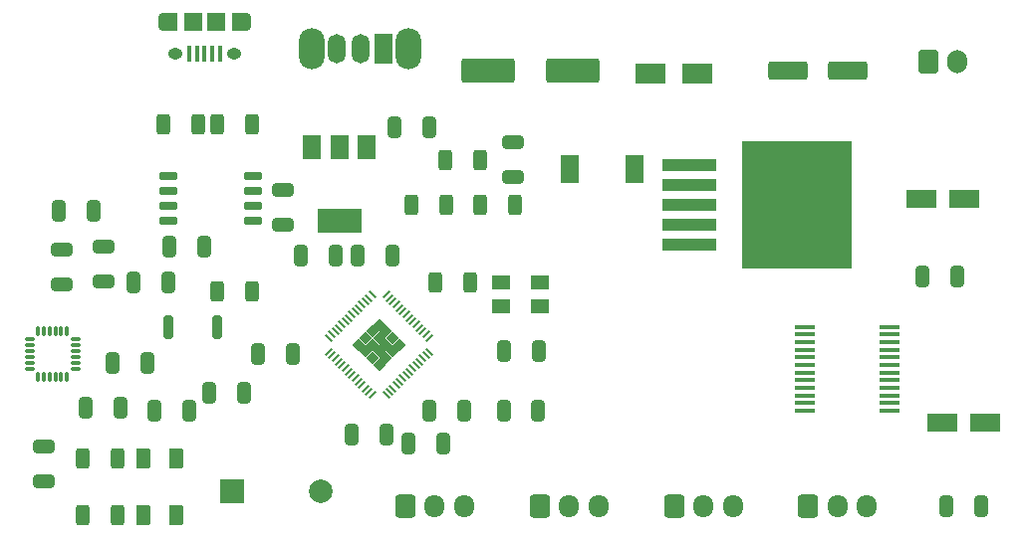
<source format=gbr>
%TF.GenerationSoftware,KiCad,Pcbnew,(6.0.5-0)*%
%TF.CreationDate,2022-06-13T17:31:06+02:00*%
%TF.ProjectId,Transportino,5472616e-7370-46f7-9274-696e6f2e6b69,v01*%
%TF.SameCoordinates,Original*%
%TF.FileFunction,Soldermask,Top*%
%TF.FilePolarity,Negative*%
%FSLAX46Y46*%
G04 Gerber Fmt 4.6, Leading zero omitted, Abs format (unit mm)*
G04 Created by KiCad (PCBNEW (6.0.5-0)) date 2022-06-13 17:31:06*
%MOMM*%
%LPD*%
G01*
G04 APERTURE LIST*
G04 Aperture macros list*
%AMRoundRect*
0 Rectangle with rounded corners*
0 $1 Rounding radius*
0 $2 $3 $4 $5 $6 $7 $8 $9 X,Y pos of 4 corners*
0 Add a 4 corners polygon primitive as box body*
4,1,4,$2,$3,$4,$5,$6,$7,$8,$9,$2,$3,0*
0 Add four circle primitives for the rounded corners*
1,1,$1+$1,$2,$3*
1,1,$1+$1,$4,$5*
1,1,$1+$1,$6,$7*
1,1,$1+$1,$8,$9*
0 Add four rect primitives between the rounded corners*
20,1,$1+$1,$2,$3,$4,$5,0*
20,1,$1+$1,$4,$5,$6,$7,0*
20,1,$1+$1,$6,$7,$8,$9,0*
20,1,$1+$1,$8,$9,$2,$3,0*%
%AMHorizOval*
0 Thick line with rounded ends*
0 $1 width*
0 $2 $3 position (X,Y) of the first rounded end (center of the circle)*
0 $4 $5 position (X,Y) of the second rounded end (center of the circle)*
0 Add line between two ends*
20,1,$1,$2,$3,$4,$5,0*
0 Add two circle primitives to create the rounded ends*
1,1,$1,$2,$3*
1,1,$1,$4,$5*%
%AMRotRect*
0 Rectangle, with rotation*
0 The origin of the aperture is its center*
0 $1 length*
0 $2 width*
0 $3 Rotation angle, in degrees counterclockwise*
0 Add horizontal line*
21,1,$1,$2,0,0,$3*%
G04 Aperture macros list end*
%ADD10RoundRect,0.250000X-0.325000X-0.650000X0.325000X-0.650000X0.325000X0.650000X-0.325000X0.650000X0*%
%ADD11RoundRect,0.250000X0.312500X0.625000X-0.312500X0.625000X-0.312500X-0.625000X0.312500X-0.625000X0*%
%ADD12RoundRect,0.250000X-0.600000X-0.725000X0.600000X-0.725000X0.600000X0.725000X-0.600000X0.725000X0*%
%ADD13O,1.700000X1.950000*%
%ADD14R,1.600000X1.300000*%
%ADD15R,1.500000X2.400000*%
%ADD16RoundRect,0.250000X0.650000X-0.325000X0.650000X0.325000X-0.650000X0.325000X-0.650000X-0.325000X0*%
%ADD17RoundRect,0.250000X-1.050000X-0.550000X1.050000X-0.550000X1.050000X0.550000X-1.050000X0.550000X0*%
%ADD18RoundRect,0.200000X-0.200000X-0.800000X0.200000X-0.800000X0.200000X0.800000X-0.200000X0.800000X0*%
%ADD19RoundRect,0.250000X-0.312500X-0.625000X0.312500X-0.625000X0.312500X0.625000X-0.312500X0.625000X0*%
%ADD20RoundRect,0.250000X-0.650000X0.325000X-0.650000X-0.325000X0.650000X-0.325000X0.650000X0.325000X0*%
%ADD21R,4.600000X1.100000*%
%ADD22R,9.400000X10.800000*%
%ADD23RoundRect,0.250000X0.325000X0.650000X-0.325000X0.650000X-0.325000X-0.650000X0.325000X-0.650000X0*%
%ADD24RoundRect,0.075000X-0.350000X-0.075000X0.350000X-0.075000X0.350000X0.075000X-0.350000X0.075000X0*%
%ADD25RoundRect,0.075000X0.075000X-0.350000X0.075000X0.350000X-0.075000X0.350000X-0.075000X-0.350000X0*%
%ADD26R,2.500000X1.800000*%
%ADD27RoundRect,0.250000X-1.412500X-0.550000X1.412500X-0.550000X1.412500X0.550000X-1.412500X0.550000X0*%
%ADD28R,2.000000X2.000000*%
%ADD29C,2.000000*%
%ADD30RoundRect,0.250000X-0.375000X-0.625000X0.375000X-0.625000X0.375000X0.625000X-0.375000X0.625000X0*%
%ADD31RoundRect,0.150000X0.650000X0.150000X-0.650000X0.150000X-0.650000X-0.150000X0.650000X-0.150000X0*%
%ADD32R,1.500000X2.000000*%
%ADD33R,3.800000X2.000000*%
%ADD34R,1.750000X0.450000*%
%ADD35HorizOval,0.200000X0.238649X0.238649X-0.238649X-0.238649X0*%
%ADD36HorizOval,0.200000X-0.238649X0.238649X0.238649X-0.238649X0*%
%ADD37RotRect,0.800000X0.800000X45.000000*%
%ADD38RoundRect,0.250001X-1.999999X-0.799999X1.999999X-0.799999X1.999999X0.799999X-1.999999X0.799999X0*%
%ADD39O,2.200000X3.500000*%
%ADD40R,1.500000X2.500000*%
%ADD41O,1.500000X2.500000*%
%ADD42RoundRect,0.250000X-0.600000X-0.750000X0.600000X-0.750000X0.600000X0.750000X-0.600000X0.750000X0*%
%ADD43O,1.700000X2.000000*%
%ADD44R,0.400000X1.350000*%
%ADD45O,1.250000X0.950000*%
%ADD46O,0.890000X1.550000*%
%ADD47R,1.500000X1.550000*%
%ADD48R,1.200000X1.550000*%
G04 APERTURE END LIST*
D10*
%TO.C,C8*%
X150671000Y-81026000D03*
X153621000Y-81026000D03*
%TD*%
D11*
%TO.C,R6*%
X135066500Y-98298000D03*
X132141500Y-98298000D03*
%TD*%
D12*
%TO.C,J3*%
X182372000Y-102362000D03*
D13*
X184872000Y-102362000D03*
X187372000Y-102362000D03*
%TD*%
D14*
%TO.C,Y1*%
X167642000Y-85344000D03*
X170942000Y-85344000D03*
X170942000Y-83344000D03*
X167642000Y-83344000D03*
%TD*%
D15*
%TO.C,L1*%
X179026000Y-73660000D03*
X173526000Y-73660000D03*
%TD*%
D12*
%TO.C,J1*%
X159512000Y-102362000D03*
D13*
X162012000Y-102362000D03*
X164512000Y-102362000D03*
%TD*%
D10*
%TO.C,C4*%
X203503000Y-82804000D03*
X206453000Y-82804000D03*
%TD*%
%TO.C,C9*%
X154989000Y-96266000D03*
X157939000Y-96266000D03*
%TD*%
%TO.C,C19*%
X139495000Y-80264000D03*
X142445000Y-80264000D03*
%TD*%
D11*
%TO.C,R5*%
X135066500Y-103124000D03*
X132141500Y-103124000D03*
%TD*%
%TO.C,R9*%
X168848500Y-76708000D03*
X165923500Y-76708000D03*
%TD*%
D10*
%TO.C,C17*%
X167943000Y-89154000D03*
X170893000Y-89154000D03*
%TD*%
D16*
%TO.C,C26*%
X130302000Y-83517000D03*
X130302000Y-80567000D03*
%TD*%
D10*
%TO.C,C11*%
X134669000Y-90170000D03*
X137619000Y-90170000D03*
%TD*%
D12*
%TO.C,J2*%
X170942000Y-102362000D03*
D13*
X173442000Y-102362000D03*
X175942000Y-102362000D03*
%TD*%
D17*
%TO.C,C3*%
X205210000Y-95250000D03*
X208810000Y-95250000D03*
%TD*%
D10*
%TO.C,C25*%
X158594000Y-70104000D03*
X161544000Y-70104000D03*
%TD*%
D18*
%TO.C,SW1*%
X139378000Y-87122000D03*
X143578000Y-87122000D03*
%TD*%
D19*
%TO.C,R4*%
X143571500Y-84074000D03*
X146496500Y-84074000D03*
%TD*%
D20*
%TO.C,C22*%
X168656000Y-71423000D03*
X168656000Y-74373000D03*
%TD*%
D16*
%TO.C,C23*%
X133858000Y-83263000D03*
X133858000Y-80313000D03*
%TD*%
D21*
%TO.C,U5*%
X183709000Y-73308000D03*
X183709000Y-75008000D03*
X183709000Y-76708000D03*
D22*
X192859000Y-76708000D03*
D21*
X183709000Y-78408000D03*
X183709000Y-80108000D03*
%TD*%
D23*
%TO.C,C10*%
X164543000Y-94234000D03*
X161593000Y-94234000D03*
%TD*%
D24*
%TO.C,U4*%
X127590000Y-88158000D03*
X127590000Y-88658000D03*
X127590000Y-89158000D03*
X127590000Y-89658000D03*
X127590000Y-90158000D03*
X127590000Y-90658000D03*
D25*
X128290000Y-91358000D03*
X128790000Y-91358000D03*
X129290000Y-91358000D03*
X129790000Y-91358000D03*
X130290000Y-91358000D03*
X130790000Y-91358000D03*
D24*
X131490000Y-90658000D03*
X131490000Y-90158000D03*
X131490000Y-89658000D03*
X131490000Y-89158000D03*
X131490000Y-88658000D03*
X131490000Y-88158000D03*
D25*
X130790000Y-87458000D03*
X130290000Y-87458000D03*
X129790000Y-87458000D03*
X129290000Y-87458000D03*
X128790000Y-87458000D03*
X128290000Y-87458000D03*
%TD*%
D16*
%TO.C,C7*%
X149098000Y-78437000D03*
X149098000Y-75487000D03*
%TD*%
D11*
%TO.C,R8*%
X163006500Y-76708000D03*
X160081500Y-76708000D03*
%TD*%
D10*
%TO.C,C14*%
X147005557Y-89399521D03*
X149955557Y-89399521D03*
%TD*%
D19*
%TO.C,R1*%
X138999500Y-69850000D03*
X141924500Y-69850000D03*
%TD*%
D26*
%TO.C,D3*%
X180372000Y-65532000D03*
X184372000Y-65532000D03*
%TD*%
D16*
%TO.C,C24*%
X128778000Y-100281000D03*
X128778000Y-97331000D03*
%TD*%
D12*
%TO.C,J4*%
X193762000Y-102379000D03*
D13*
X196262000Y-102379000D03*
X198762000Y-102379000D03*
%TD*%
D10*
%TO.C,C2*%
X205535000Y-102362000D03*
X208485000Y-102362000D03*
%TD*%
%TO.C,C16*%
X142892641Y-92723170D03*
X145842641Y-92723170D03*
%TD*%
D27*
%TO.C,C21*%
X192026500Y-65278000D03*
X197101500Y-65278000D03*
%TD*%
D28*
%TO.C,BZ1*%
X144790000Y-101092000D03*
D29*
X152390000Y-101092000D03*
%TD*%
D10*
%TO.C,C5*%
X138225000Y-94234000D03*
X141175000Y-94234000D03*
%TD*%
D30*
%TO.C,D1*%
X137284000Y-103124000D03*
X140084000Y-103124000D03*
%TD*%
D31*
%TO.C,U3*%
X146602000Y-78105000D03*
X146602000Y-76835000D03*
X146602000Y-75565000D03*
X146602000Y-74295000D03*
X139402000Y-74295000D03*
X139402000Y-75565000D03*
X139402000Y-76835000D03*
X139402000Y-78105000D03*
%TD*%
D32*
%TO.C,U6*%
X156224000Y-71780000D03*
D33*
X153924000Y-78080000D03*
D32*
X153924000Y-71780000D03*
X151624000Y-71780000D03*
%TD*%
D34*
%TO.C,U2*%
X193504000Y-87103000D03*
X193504000Y-87753000D03*
X193504000Y-88403000D03*
X193504000Y-89053000D03*
X193504000Y-89703000D03*
X193504000Y-90353000D03*
X193504000Y-91003000D03*
X193504000Y-91653000D03*
X193504000Y-92303000D03*
X193504000Y-92953000D03*
X193504000Y-93603000D03*
X193504000Y-94253000D03*
X200704000Y-94253000D03*
X200704000Y-93603000D03*
X200704000Y-92953000D03*
X200704000Y-92303000D03*
X200704000Y-91653000D03*
X200704000Y-91003000D03*
X200704000Y-90353000D03*
X200704000Y-89703000D03*
X200704000Y-89053000D03*
X200704000Y-88403000D03*
X200704000Y-87753000D03*
X200704000Y-87103000D03*
%TD*%
D10*
%TO.C,C1*%
X159815000Y-97028000D03*
X162765000Y-97028000D03*
%TD*%
%TO.C,C15*%
X136447000Y-83312000D03*
X139397000Y-83312000D03*
%TD*%
D35*
%TO.C,U1*%
X153037787Y-89238202D03*
X153320630Y-89521045D03*
X153603472Y-89803887D03*
X153886315Y-90086730D03*
X154169158Y-90369573D03*
X154452000Y-90652415D03*
X154734843Y-90935258D03*
X155017686Y-91218101D03*
X155300529Y-91500944D03*
X155583371Y-91783786D03*
X155866214Y-92066629D03*
X156149057Y-92349472D03*
X156431899Y-92632314D03*
X156714742Y-92915157D03*
D36*
X157899146Y-92915157D03*
X158181989Y-92632314D03*
X158464831Y-92349472D03*
X158747674Y-92066629D03*
X159030517Y-91783786D03*
X159313359Y-91500944D03*
X159596202Y-91218101D03*
X159879045Y-90935258D03*
X160161888Y-90652415D03*
X160444730Y-90369573D03*
X160727573Y-90086730D03*
X161010416Y-89803887D03*
X161293258Y-89521045D03*
X161576101Y-89238202D03*
D35*
X161576101Y-88053798D03*
X161293258Y-87770955D03*
X161010416Y-87488113D03*
X160727573Y-87205270D03*
X160444730Y-86922427D03*
X160161888Y-86639585D03*
X159879045Y-86356742D03*
X159596202Y-86073899D03*
X159313359Y-85791056D03*
X159030517Y-85508214D03*
X158747674Y-85225371D03*
X158464831Y-84942528D03*
X158181989Y-84659686D03*
X157899146Y-84376843D03*
D36*
X156714742Y-84376843D03*
X156431899Y-84659686D03*
X156149057Y-84942528D03*
X155866214Y-85225371D03*
X155583371Y-85508214D03*
X155300529Y-85791056D03*
X155017686Y-86073899D03*
X154734843Y-86356742D03*
X154452000Y-86639585D03*
X154169158Y-86922427D03*
X153886315Y-87205270D03*
X153603472Y-87488113D03*
X153320630Y-87770955D03*
X153037787Y-88053798D03*
D37*
X157872629Y-88646000D03*
X157872629Y-89777371D03*
X156175573Y-88080315D03*
X156741259Y-89777371D03*
X156175573Y-89211685D03*
X158438315Y-88080315D03*
X159004000Y-88646000D03*
X157306944Y-88080315D03*
X156741259Y-87514629D03*
X157872629Y-87514629D03*
X156741259Y-88646000D03*
X157306944Y-86948944D03*
X155609888Y-88646000D03*
X158438315Y-89211685D03*
X157306944Y-90343056D03*
X157306944Y-89211685D03*
%TD*%
D30*
%TO.C,D2*%
X137284000Y-98298000D03*
X140084000Y-98298000D03*
%TD*%
D38*
%TO.C,C27*%
X166580000Y-65278000D03*
X173780000Y-65278000D03*
%TD*%
D39*
%TO.C,SW2*%
X159802000Y-63468000D03*
X151602000Y-63468000D03*
D40*
X157702000Y-63468000D03*
D41*
X155702000Y-63468000D03*
X153702000Y-63468000D03*
%TD*%
D42*
%TO.C,BT1*%
X203982000Y-64499000D03*
D43*
X206482000Y-64499000D03*
%TD*%
D10*
%TO.C,C18*%
X167894000Y-94234000D03*
X170844000Y-94234000D03*
%TD*%
D17*
%TO.C,C6*%
X203432000Y-76200000D03*
X207032000Y-76200000D03*
%TD*%
D23*
%TO.C,C20*%
X133047000Y-77216000D03*
X130097000Y-77216000D03*
%TD*%
D10*
%TO.C,C13*%
X132383000Y-93980000D03*
X135333000Y-93980000D03*
%TD*%
D11*
%TO.C,R2*%
X146496500Y-69850000D03*
X143571500Y-69850000D03*
%TD*%
D19*
%TO.C,R7*%
X162937000Y-72898000D03*
X165862000Y-72898000D03*
%TD*%
%TO.C,R3*%
X162113500Y-83312000D03*
X165038500Y-83312000D03*
%TD*%
D23*
%TO.C,C12*%
X158447000Y-81026000D03*
X155497000Y-81026000D03*
%TD*%
D44*
%TO.C,J5*%
X143789229Y-63844597D03*
X143139229Y-63844597D03*
X142489229Y-63844597D03*
X141839229Y-63844597D03*
X141189229Y-63844597D03*
D45*
X144989229Y-63844597D03*
D46*
X145989229Y-61144597D03*
D47*
X141489229Y-61144597D03*
D48*
X145389229Y-61144597D03*
X139589229Y-61144597D03*
D45*
X139989229Y-63844597D03*
D47*
X143489229Y-61144597D03*
D46*
X138989229Y-61144597D03*
%TD*%
M02*

</source>
